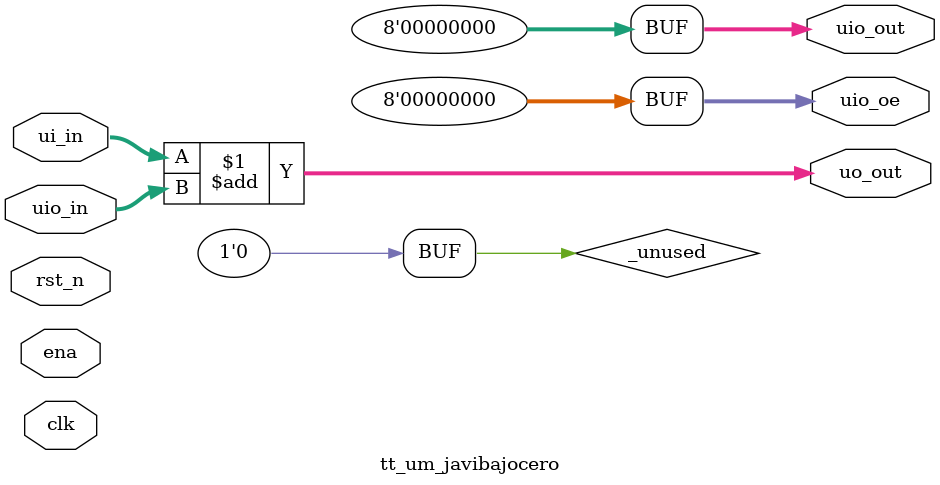
<source format=v>
/*
 * Copyright (c) 2024 Your Name
 * SPDX-License-Identifier: Apache-2.0
 */

`default_nettype none

module tt_um_javibajocero (
    input  wire [7:0] ui_in,    // Dedicated inputs
    output wire [7:0] uo_out,   // Dedicated outputs
    input  wire [7:0] uio_in,   // IOs: Input path
    output wire [7:0] uio_out,  // IOs: Output path
    output wire [7:0] uio_oe,   // IOs: Enable path (active high: 0=input, 1=output)
    input  wire       ena,      // always 1 when the design is powered, so you can ignore it
    input  wire       clk,      // clock
    input  wire       rst_n     // reset_n - low to reset
);

  // All output pins must be assigned. If not used, assign to 0.
  assign uo_out  = ui_in + uio_in;  // Example: ou_out is the sum of ui_in and uio_in
  assign uio_out = 0;
  assign uio_oe  = 0;

  // List all unused inputs to prevent warnings
  wire _unused = &{ena, clk, rst_n, 1'b0};

endmodule

</source>
